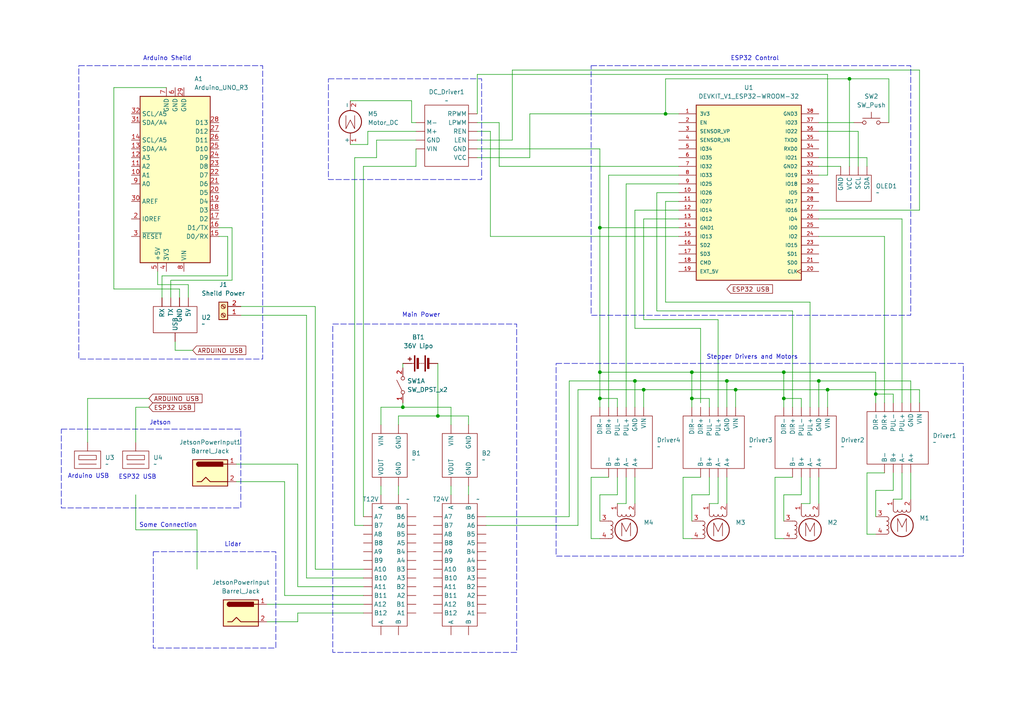
<source format=kicad_sch>
(kicad_sch (version 20231120) (generator "eeschema") (generator_version "8.0")
  (paper "A4")
  (lib_symbols
    (symbol "Connector:Barrel_Jack" (pin_names (offset 1.016))
      (property "Reference" "J" (at 0 5.334 0))
      (property "Value" "Barrel_Jack" (at 0 -5.08 0))
      (symbol "Barrel_Jack_0_1"
        (rectangle (start -5.08 3.81) (end 5.08 -3.81) (stroke (width 0.254)) (fill (type background)))
        (arc (start -3.302 3.175) (mid -3.9343 2.54) (end -3.302 1.905) (stroke (width 0.254)))
        (arc (start -3.302 3.175) (mid -3.9343 2.54) (end -3.302 1.905) (stroke (width 0.254)) (fill (type outline)))
        (polyline (pts (xy 5.08 2.54) (xy 3.81 2.54)) (stroke (width 0.254)))
        (polyline (pts (xy -3.81 -2.54) (xy -2.54 -2.54) (xy -1.27 -1.27) (xy 0 -2.54) (xy 2.54 -2.54) (xy 5.08 -2.54)) (stroke (width 0.254)))
        (rectangle (start 3.683 3.175) (end -3.302 1.905) (stroke (width 0.254)) (fill (type outline)))
      )
      (symbol "Barrel_Jack_1_1"
        (pin passive line (at 7.62 2.54 180) (length 2.54) (name "~") (number "1"))
        (pin passive line (at 7.62 -2.54 180) (length 2.54) (name "~") (number "2"))
      )
    )
    (symbol "Connector:Screw_Terminal_01x02" (pin_names (offset 1.016) hide)
      (property "Reference" "J" (at 0 2.54 0))
      (property "Value" "Screw_Terminal_01x02" (at 0 -5.08 0))
      (symbol "Screw_Terminal_01x02_1_1"
        (rectangle (start -1.27 1.27) (end 1.27 -3.81) (stroke (width 0.254)) (fill (type background)))
        (circle (center 0 -2.54) (radius 0.635) (stroke (width 0.1524)))
        (polyline (pts (xy -0.5334 -2.2098) (xy 0.3302 -3.048)) (stroke (width 0.1524)))
        (polyline (pts (xy -0.5334 0.3302) (xy 0.3302 -0.508)) (stroke (width 0.1524)))
        (polyline (pts (xy -0.3556 -2.032) (xy 0.508 -2.8702)) (stroke (width 0.1524)))
        (polyline (pts (xy -0.3556 0.508) (xy 0.508 -0.3302)) (stroke (width 0.1524)))
        (circle (center 0 0) (radius 0.635) (stroke (width 0.1524)))
        (pin passive line (at -5.08 0 0) (length 3.81) (name "Pin_1") (number "1"))
        (pin passive line (at -5.08 -2.54 0) (length 3.81) (name "Pin_2") (number "2"))
      )
    )
    (symbol "DEVKIT_V1_ESP32-WROOM-32:DEVKIT_V1_ESP32-WROOM-32" (pin_names (offset 1.016))
      (property "Reference" "U" (at -15.2572 26.0643 0))
      (property "Value" "DEVKIT_V1_ESP32-WROOM-32" (at -15.2563 -27.9698 0))
      (symbol "DEVKIT_V1_ESP32-WROOM-32_0_0"
        (rectangle (start -15.24 -25.4) (end 15.24 25.4) (stroke (width 0.254)) (fill (type background)))
        (pin power_in line (at -20.32 22.86 0) (length 5.08) (name "3V3") (number "1"))
        (pin bidirectional line (at -20.32 0 0) (length 5.08) (name "IO26") (number "10"))
        (pin bidirectional line (at -20.32 -2.54 0) (length 5.08) (name "IO27") (number "11"))
        (pin bidirectional line (at -20.32 -5.08 0) (length 5.08) (name "IO14") (number "12"))
        (pin bidirectional line (at -20.32 -7.62 0) (length 5.08) (name "IO12") (number "13"))
        (pin power_in line (at -20.32 -10.16 0) (length 5.08) (name "GND1") (number "14"))
        (pin bidirectional line (at -20.32 -12.7 0) (length 5.08) (name "IO13") (number "15"))
        (pin bidirectional line (at -20.32 -15.24 0) (length 5.08) (name "SD2") (number "16"))
        (pin bidirectional line (at -20.32 -17.78 0) (length 5.08) (name "SD3") (number "17"))
        (pin bidirectional line (at -20.32 -20.32 0) (length 5.08) (name "CMD") (number "18"))
        (pin power_in line (at -20.32 -22.86 0) (length 5.08) (name "EXT_5V") (number "19"))
        (pin input line (at -20.32 20.32 0) (length 5.08) (name "EN") (number "2"))
        (pin input clock (at 20.32 -22.86 180) (length 5.08) (name "CLK") (number "20"))
        (pin bidirectional line (at 20.32 -20.32 180) (length 5.08) (name "SD0") (number "21"))
        (pin bidirectional line (at 20.32 -17.78 180) (length 5.08) (name "SD1") (number "22"))
        (pin bidirectional line (at 20.32 -15.24 180) (length 5.08) (name "IO15") (number "23"))
        (pin bidirectional line (at 20.32 -12.7 180) (length 5.08) (name "IO2") (number "24"))
        (pin bidirectional line (at 20.32 -10.16 180) (length 5.08) (name "IO0") (number "25"))
        (pin bidirectional line (at 20.32 -7.62 180) (length 5.08) (name "IO4") (number "26"))
        (pin bidirectional line (at 20.32 -5.08 180) (length 5.08) (name "IO16") (number "27"))
        (pin bidirectional line (at 20.32 -2.54 180) (length 5.08) (name "IO17") (number "28"))
        (pin bidirectional line (at 20.32 0 180) (length 5.08) (name "IO5") (number "29"))
        (pin input line (at -20.32 17.78 0) (length 5.08) (name "SENSOR_VP") (number "3"))
        (pin bidirectional line (at 20.32 2.54 180) (length 5.08) (name "IO18") (number "30"))
        (pin bidirectional line (at 20.32 5.08 180) (length 5.08) (name "IO19") (number "31"))
        (pin power_in line (at 20.32 7.62 180) (length 5.08) (name "GND2") (number "32"))
        (pin bidirectional line (at 20.32 10.16 180) (length 5.08) (name "IO21") (number "33"))
        (pin input line (at 20.32 12.7 180) (length 5.08) (name "RXD0") (number "34"))
        (pin output line (at 20.32 15.24 180) (length 5.08) (name "TXD0") (number "35"))
        (pin bidirectional line (at 20.32 17.78 180) (length 5.08) (name "IO22") (number "36"))
        (pin bidirectional line (at 20.32 20.32 180) (length 5.08) (name "IO23") (number "37"))
        (pin power_in line (at 20.32 22.86 180) (length 5.08) (name "GND3") (number "38"))
        (pin input line (at -20.32 15.24 0) (length 5.08) (name "SENSOR_VN") (number "4"))
        (pin bidirectional line (at -20.32 12.7 0) (length 5.08) (name "IO34") (number "5"))
        (pin bidirectional line (at -20.32 10.16 0) (length 5.08) (name "IO35") (number "6"))
        (pin bidirectional line (at -20.32 7.62 0) (length 5.08) (name "IO32") (number "7"))
        (pin bidirectional line (at -20.32 5.08 0) (length 5.08) (name "IO33") (number "8"))
        (pin bidirectional line (at -20.32 2.54 0) (length 5.08) (name "IO25") (number "9"))
      )
    )
    (symbol "Device:Battery" (pin_numbers hide) (pin_names (offset 0) hide)
      (property "Reference" "BT" (at 2.54 2.54 0))
      (property "Value" "Battery" (at 2.54 0 0))
      (symbol "Battery_0_1"
        (rectangle (start -2.286 -1.27) (end 2.286 -1.524) (fill (type outline)))
        (rectangle (start -2.286 1.778) (end 2.286 1.524) (fill (type outline)))
        (rectangle (start -1.524 -2.032) (end 1.524 -2.54) (fill (type outline)))
        (rectangle (start -1.524 1.016) (end 1.524 0.508) (fill (type outline)))
        (polyline (pts (xy 0 -1.016) (xy 0 -0.762)))
        (polyline (pts (xy 0 -0.508) (xy 0 -0.254)))
        (polyline (pts (xy 0 0) (xy 0 0.254)))
        (polyline (pts (xy 0 1.778) (xy 0 2.54)))
        (polyline (pts (xy 0.762 3.048) (xy 1.778 3.048)) (stroke (width 0.254)))
        (polyline (pts (xy 1.27 3.556) (xy 1.27 2.54)) (stroke (width 0.254)))
      )
      (symbol "Battery_1_1"
        (pin passive line (at 0 5.08 270) (length 2.54) (name "+") (number "1"))
        (pin passive line (at 0 -5.08 90) (length 2.54) (name "-") (number "2"))
      )
    )
    (symbol "MCU_Module:Arduino_UNO_R3"
      (property "Reference" "A" (at -10.16 23.495 0))
      (property "Value" "Arduino_UNO_R3" (at 5.08 -26.67 0))
      (symbol "Arduino_UNO_R3_0_1"
        (rectangle (start -10.16 22.86) (end 10.16 -25.4) (stroke (width 0.254)) (fill (type background)))
      )
      (symbol "Arduino_UNO_R3_1_1"
        (pin no_connect line (at -10.16 -20.32 0) (length 2.54) hide (name "NC") (number "1"))
        (pin bidirectional line (at 12.7 -2.54 180) (length 2.54) (name "A1") (number "10"))
        (pin bidirectional line (at 12.7 -5.08 180) (length 2.54) (name "A2") (number "11"))
        (pin bidirectional line (at 12.7 -7.62 180) (length 2.54) (name "A3") (number "12"))
        (pin bidirectional line (at 12.7 -10.16 180) (length 2.54) (name "SDA/A4") (number "13"))
        (pin bidirectional line (at 12.7 -12.7 180) (length 2.54) (name "SCL/A5") (number "14"))
        (pin bidirectional line (at -12.7 15.24 0) (length 2.54) (name "D0/RX") (number "15"))
        (pin bidirectional line (at -12.7 12.7 0) (length 2.54) (name "D1/TX") (number "16"))
        (pin bidirectional line (at -12.7 10.16 0) (length 2.54) (name "D2") (number "17"))
        (pin bidirectional line (at -12.7 7.62 0) (length 2.54) (name "D3") (number "18"))
        (pin bidirectional line (at -12.7 5.08 0) (length 2.54) (name "D4") (number "19"))
        (pin output line (at 12.7 10.16 180) (length 2.54) (name "IOREF") (number "2"))
        (pin bidirectional line (at -12.7 2.54 0) (length 2.54) (name "D5") (number "20"))
        (pin bidirectional line (at -12.7 0 0) (length 2.54) (name "D6") (number "21"))
        (pin bidirectional line (at -12.7 -2.54 0) (length 2.54) (name "D7") (number "22"))
        (pin bidirectional line (at -12.7 -5.08 0) (length 2.54) (name "D8") (number "23"))
        (pin bidirectional line (at -12.7 -7.62 0) (length 2.54) (name "D9") (number "24"))
        (pin bidirectional line (at -12.7 -10.16 0) (length 2.54) (name "D10") (number "25"))
        (pin bidirectional line (at -12.7 -12.7 0) (length 2.54) (name "D11") (number "26"))
        (pin bidirectional line (at -12.7 -15.24 0) (length 2.54) (name "D12") (number "27"))
        (pin bidirectional line (at -12.7 -17.78 0) (length 2.54) (name "D13") (number "28"))
        (pin power_in line (at -2.54 -27.94 90) (length 2.54) (name "GND") (number "29"))
        (pin input line (at 12.7 15.24 180) (length 2.54) (name "~{RESET}") (number "3"))
        (pin input line (at 12.7 5.08 180) (length 2.54) (name "AREF") (number "30"))
        (pin bidirectional line (at 12.7 -17.78 180) (length 2.54) (name "SDA/A4") (number "31"))
        (pin bidirectional line (at 12.7 -20.32 180) (length 2.54) (name "SCL/A5") (number "32"))
        (pin power_out line (at 2.54 25.4 270) (length 2.54) (name "3V3") (number "4"))
        (pin power_out line (at 5.08 25.4 270) (length 2.54) (name "+5V") (number "5"))
        (pin power_in line (at 0 -27.94 90) (length 2.54) (name "GND") (number "6"))
        (pin power_in line (at 2.54 -27.94 90) (length 2.54) (name "GND") (number "7"))
        (pin power_in line (at -2.54 25.4 270) (length 2.54) (name "VIN") (number "8"))
        (pin bidirectional line (at 12.7 0 180) (length 2.54) (name "A0") (number "9"))
      )
    )
    (symbol "Motor:Motor_DC" (pin_names (offset 0))
      (property "Reference" "M" (at 2.54 2.54 0))
      (property "Value" "Motor_DC" (at 2.54 -5.08 0))
      (symbol "Motor_DC_0_0"
        (polyline (pts (xy -1.27 -3.302) (xy -1.27 0.508) (xy 0 -2.032) (xy 1.27 0.508) (xy 1.27 -3.302)))
      )
      (symbol "Motor_DC_0_1"
        (circle (center 0 -1.524) (radius 3.2512) (stroke (width 0.254)))
        (polyline (pts (xy 0 -7.62) (xy 0 -7.112)))
        (polyline (pts (xy 0 -4.7752) (xy 0 -5.1816)))
        (polyline (pts (xy 0 1.7272) (xy 0 2.0828)))
        (polyline (pts (xy 0 2.032) (xy 0 2.54)))
      )
      (symbol "Motor_DC_1_1"
        (pin passive line (at 0 5.08 270) (length 2.54) (name "+") (number "1"))
        (pin passive line (at 0 -7.62 90) (length 2.54) (name "-") (number "2"))
      )
    )
    (symbol "Motor:Stepper_Motor_bipolar" (pin_names (offset 0) hide)
      (property "Reference" "M" (at 3.81 2.54 0))
      (property "Value" "Stepper_Motor_bipolar" (at 3.81 1.27 0))
      (symbol "Stepper_Motor_bipolar_0_0"
        (polyline (pts (xy -1.27 -1.778) (xy -1.27 2.032) (xy 0 -0.508) (xy 1.27 2.032) (xy 1.27 -1.778)))
      )
      (symbol "Stepper_Motor_bipolar_0_1"
        (arc (start -4.445 -2.54) (mid -3.8127 -1.905) (end -4.445 -1.27))
        (arc (start -4.445 -1.27) (mid -3.8127 -0.635) (end -4.445 0))
        (arc (start -4.445 0) (mid -3.8127 0.635) (end -4.445 1.27))
        (arc (start -4.445 1.27) (mid -3.8127 1.905) (end -4.445 2.54))
        (arc (start -2.54 4.445) (mid -1.905 3.8127) (end -1.27 4.445))
        (arc (start -1.27 4.445) (mid -0.635 3.8127) (end 0 4.445))
        (polyline (pts (xy -5.08 -2.54) (xy -4.445 -2.54)))
        (polyline (pts (xy -5.08 2.54) (xy -4.445 2.54)))
        (polyline (pts (xy -2.54 5.08) (xy -2.54 4.445)))
        (polyline (pts (xy 2.54 5.08) (xy 2.54 4.445)))
        (circle (center 0 0) (radius 3.2512) (stroke (width 0.254)))
        (arc (start 0 4.445) (mid 0.635 3.8127) (end 1.27 4.445))
        (arc (start 1.27 4.445) (mid 1.905 3.8127) (end 2.54 4.445))
      )
      (symbol "Stepper_Motor_bipolar_1_1"
        (pin passive line (at -2.54 7.62 270) (length 2.54) (name "~") (number "1"))
        (pin passive line (at 2.54 7.62 270) (length 2.54) (name "-") (number "2"))
        (pin passive line (at -7.62 2.54 0) (length 2.54) (name "~") (number "3"))
        (pin passive line (at -7.62 -2.54 0) (length 2.54) (name "~") (number "4"))
      )
    )
    (symbol "Switch:SW_DPST_x2" (pin_names (offset 0) hide)
      (property "Reference" "SW" (at 0 3.175 0))
      (property "Value" "SW_DPST_x2" (at 0 -2.54 0))
      (symbol "SW_DPST_x2_0_0"
        (circle (center -2.032 0) (radius 0.508))
        (polyline (pts (xy -1.524 0.254) (xy 1.524 1.778)))
        (circle (center 2.032 0) (radius 0.508))
      )
      (symbol "SW_DPST_x2_1_1"
        (pin passive line (at -5.08 0 0) (length 2.54) (name "A") (number "1"))
        (pin passive line (at 5.08 0 180) (length 2.54) (name "B") (number "2"))
      )
      (symbol "SW_DPST_x2_2_1"
        (pin passive line (at -5.08 0 0) (length 2.54) (name "A") (number "3"))
        (pin passive line (at 5.08 0 180) (length 2.54) (name "B") (number "4"))
      )
    )
    (symbol "Switch:SW_Push" (pin_numbers hide) (pin_names (offset 1.016) hide)
      (property "Reference" "SW" (at 1.27 2.54 0))
      (property "Value" "SW_Push" (at 0 -1.524 0))
      (symbol "SW_Push_0_1"
        (circle (center -2.032 0) (radius 0.508))
        (polyline (pts (xy 0 1.27) (xy 0 3.048)))
        (polyline (pts (xy 2.54 1.27) (xy -2.54 1.27)))
        (circle (center 2.032 0) (radius 0.508))
        (pin passive line (at -5.08 0 0) (length 2.54) (name "1") (number "1"))
        (pin passive line (at 5.08 0 180) (length 2.54) (name "2") (number "2"))
      )
    )
    (symbol "Terminal_Block_1"
      (property "Reference" "T" (at 0 19.05 0))
      (symbol "Terminal_Block_1_0_1"
        (rectangle (start -5.08 17.78) (end 5.08 -17.78))
      )
      (symbol "Terminal_Block_1_1_1"
        (pin passive line (at -2.54 -20.32 90) (length 2.54) (name "A") (number ""))
        (pin passive line (at -2.54 20.32 270) (length 2.54) (name "A") (number ""))
        (pin passive line (at 7.62 -13.97 180) (length 2.54) (name "A1") (number ""))
        (pin passive line (at -7.62 -1.27 0) (length 2.54) (name "A10") (number ""))
        (pin passive line (at -7.62 -6.35 0) (length 2.54) (name "A11") (number ""))
        (pin passive line (at -7.62 -11.43 0) (length 2.54) (name "A12") (number ""))
        (pin passive line (at 7.62 -8.89 180) (length 2.54) (name "A2") (number ""))
        (pin passive line (at 7.62 -3.81 180) (length 2.54) (name "A3") (number ""))
        (pin passive line (at 7.62 1.27 180) (length 2.54) (name "A4") (number ""))
        (pin passive line (at 7.62 6.35 180) (length 2.54) (name "A5") (number ""))
        (pin passive line (at 7.62 11.43 180) (length 2.54) (name "A6") (number ""))
        (pin passive line (at -7.62 13.97 0) (length 2.54) (name "A7") (number ""))
        (pin passive line (at -7.62 8.89 0) (length 2.54) (name "A8") (number ""))
        (pin passive line (at -7.62 3.81 0) (length 2.54) (name "A9") (number ""))
        (pin passive line (at 2.54 -20.32 90) (length 2.54) (name "B") (number ""))
        (pin passive line (at 2.54 20.32 270) (length 2.54) (name "B") (number ""))
        (pin passive line (at 7.62 -11.43 180) (length 2.54) (name "B1") (number ""))
        (pin passive line (at -7.62 -3.81 0) (length 2.54) (name "B10") (number ""))
        (pin passive line (at -7.62 -8.89 0) (length 2.54) (name "B11") (number ""))
        (pin passive line (at -7.62 -13.97 0) (length 2.54) (name "B12") (number ""))
        (pin passive line (at 7.62 -6.35 180) (length 2.54) (name "B2") (number ""))
        (pin passive line (at 7.62 -1.27 180) (length 2.54) (name "B3") (number ""))
        (pin passive line (at 7.62 3.81 180) (length 2.54) (name "B4") (number ""))
        (pin passive line (at 7.62 8.89 180) (length 2.54) (name "B5") (number ""))
        (pin passive line (at 7.62 13.97 180) (length 2.54) (name "B6") (number ""))
        (pin passive line (at -7.62 11.43 0) (length 2.54) (name "B7") (number ""))
        (pin passive line (at -7.62 6.35 0) (length 2.54) (name "B8") (number ""))
        (pin passive line (at -7.62 1.27 0) (length 2.54) (name "B9") (number ""))
      )
    )
    (symbol "components:12_Buck_Converter"
      (property "Reference" "B" (at 0 6.35 0))
      (symbol "12_Buck_Converter_0_1"
        (rectangle (start -6.35 5.08) (end 6.35 -5.08))
      )
      (symbol "12_Buck_Converter_1_1"
        (pin passive line (at -8.89 -2.54 0) (length 2.54) (name "GND") (number ""))
        (pin passive line (at 8.89 -2.54 180) (length 2.54) (name "GND") (number ""))
        (pin power_in line (at 8.89 2.54 180) (length 2.54) (name "VIN") (number ""))
        (pin power_out line (at -8.89 2.54 0) (length 2.54) (name "VOUT") (number ""))
      )
    )
    (symbol "components:DC Motor Driver"
      (property "Reference" "DC_Driver" (at -0.254 9.906 0))
      (symbol "DC Motor Driver_0_1"
        (rectangle (start -6.35 8.89) (end 6.35 -8.89))
      )
      (symbol "DC Motor Driver_1_1"
        (pin power_in line (at -8.89 3.81 0) (length 2.54) (name "GND") (number ""))
        (pin power_in line (at 8.89 1.27 180) (length 2.54) (name "GND") (number ""))
        (pin input line (at -8.89 1.27 0) (length 2.54) (name "LEN") (number ""))
        (pin input line (at -8.89 -3.81 0) (length 2.54) (name "LPWM") (number ""))
        (pin power_out line (at 8.89 -1.27 180) (length 2.54) (name "M+") (number ""))
        (pin power_out line (at 8.89 -3.81 180) (length 2.54) (name "M-") (number ""))
        (pin input line (at -8.89 -1.27 0) (length 2.54) (name "REN") (number ""))
        (pin input line (at -8.89 -6.35 0) (length 2.54) (name "RPWM") (number ""))
        (pin power_in line (at -8.89 6.35 0) (length 2.54) (name "VCC") (number ""))
        (pin power_in line (at 8.89 3.81 180) (length 2.54) (name "VIN") (number ""))
      )
    )
    (symbol "components:OLED_SSD1306"
      (property "Reference" "OLED" (at 0 6.096 0))
      (symbol "OLED_SSD1306_0_1"
        (rectangle (start -3.81 5.08) (end 3.81 -5.08))
      )
      (symbol "OLED_SSD1306_1_1"
        (pin power_in line (at 6.35 3.81 180) (length 2.54) (name "GND") (number ""))
        (pin input line (at 6.35 -1.27 180) (length 2.54) (name "SCL") (number ""))
        (pin input line (at 6.35 -3.81 180) (length 2.54) (name "SDA") (number ""))
        (pin power_in line (at 6.35 1.27 180) (length 2.54) (name "VCC") (number ""))
      )
    )
    (symbol "components:Stepper Driver"
      (property "Reference" "Driver" (at 0 10.16 0))
      (symbol "Stepper Driver_0_1"
        (rectangle (start -7.62 8.89) (end 7.62 -8.89))
      )
      (symbol "Stepper Driver_1_1"
        (pin output line (at 10.16 3.81 180) (length 2.54) (name "A+") (number ""))
        (pin output line (at 10.16 1.27 180) (length 2.54) (name "A-") (number ""))
        (pin output line (at 10.16 -1.27 180) (length 2.54) (name "B+") (number ""))
        (pin output line (at 10.16 -3.81 180) (length 2.54) (name "B-") (number ""))
        (pin output line (at -10.16 -3.81 0) (length 2.54) (name "DIR+") (number ""))
        (pin output line (at -10.16 -6.35 0) (length 2.54) (name "DIR-") (number ""))
        (pin power_in line (at -10.16 3.81 0) (length 2.54) (name "GND") (number ""))
        (pin output line (at -10.16 1.27 0) (length 2.54) (name "PUL+") (number ""))
        (pin output line (at -10.16 -1.27 0) (length 2.54) (name "PUL-") (number ""))
        (pin power_in line (at -10.16 6.35 0) (length 2.54) (name "VIN") (number ""))
      )
    )
    (symbol "components:UART_Converter"
      (property "Reference" "U" (at 1.016 2.286 0))
      (symbol "UART_Converter_0_1"
        (rectangle (start -6.35 2.54) (end 6.35 -5.08))
      )
      (symbol "UART_Converter_1_1"
        (pin passive line (at 3.81 5.08 270) (length 2.54) (name "5V") (number ""))
        (pin passive line (at 1.27 5.08 270) (length 2.54) (name "GND") (number ""))
        (pin passive line (at -3.81 5.08 270) (length 2.54) (name "RX") (number ""))
        (pin passive line (at -1.27 5.08 270) (length 2.54) (name "TX") (number ""))
        (pin passive line (at 0 -7.62 90) (length 2.54) (name "USB") (number ""))
      )
    )
    (symbol "components:USB_Socket"
      (property "Reference" "U" (at 2.794 4.064 0))
      (symbol "USB_Socket_0_1"
        (rectangle (start -3.81 2.54) (end 3.81 -2.54))
        (rectangle (start -2.54 1.27) (end 2.54 0))
        (polyline (pts (xy -2.54 -1.27) (xy 2.54 -1.27)))
      )
      (symbol "USB_Socket_1_1"
        (pin passive line (at 0 5.08 270) (length 2.54) (name "") (number ""))
      )
    )
  )
  (junction (at 254 114.3))
  (junction (at 227.33 115.57))
  (junction (at 173.99 107.95))
  (junction (at 193.04 33.02))
  (junction (at 116.84 118.11))
  (junction (at 184.15 110.49))
  (junction (at 173.99 66.04))
  (junction (at 213.36 113.03))
  (junction (at 210.82 110.49))
  (junction (at 186.69 113.03))
  (junction (at 127 120.65))
  (junction (at 173.99 115.57))
  (junction (at 240.03 113.03))
  (junction (at 200.66 115.57))
  (junction (at 200.66 107.95))
  (junction (at 227.33 107.95))
  (junction (at 246.38 22.86))
  (junction (at 237.49 110.49))
  (wire (pts (xy 33.02 83.82) (xy 33.02 25.4)))
  (wire (pts (xy 203.2 138.43) (xy 198.12 138.43)))
  (wire (pts (xy 33.02 25.4) (xy 48.26 25.4)))
  (wire (pts (xy 205.74 138.43) (xy 205.74 143.51)))
  (wire (pts (xy 186.69 113.03) (xy 186.69 118.11)))
  (wire (pts (xy 181.61 146.05) (xy 179.07 146.05)))
  (wire (pts (xy 251.46 137.16) (xy 251.46 154.94)))
  (wire (pts (xy 120.65 38.1) (xy 106.68 38.1)))
  (wire (pts (xy 91.44 88.9) (xy 69.85 88.9)))
  (wire (pts (xy 105.41 165.1) (xy 91.44 165.1)))
  (wire (pts (xy 135.89 120.65) (xy 135.89 123.19)))
  (wire (pts (xy 200.66 107.95) (xy 173.99 107.95)))
  (wire (pts (xy 264.16 137.16) (xy 264.16 144.78)))
  (wire (pts (xy 254 114.3) (xy 259.08 114.3)))
  (wire (pts (xy 254 107.95) (xy 227.33 107.95)))
  (wire (pts (xy 176.53 50.8) (xy 196.85 50.8)))
  (wire (pts (xy 256.54 68.58) (xy 237.49 68.58)))
  (wire (pts (xy 130.81 140.97) (xy 130.81 143.51)))
  (wire (pts (xy 49.53 86.36) (xy 49.53 81.28)))
  (wire (pts (xy 261.62 137.16) (xy 261.62 144.78)))
  (wire (pts (xy 167.64 113.03) (xy 186.69 113.03)))
  (wire (pts (xy 240.03 21.59) (xy 138.43 21.59)))
  (wire (pts (xy 153.67 33.02) (xy 153.67 45.72)))
  (wire (pts (xy 101.6 41.91) (xy 106.68 41.91)))
  (wire (pts (xy 190.5 55.88) (xy 196.85 55.88)))
  (wire (pts (xy 229.87 118.11) (xy 229.87 90.17)))
  (wire (pts (xy 227.33 118.11) (xy 227.33 115.57)))
  (wire (pts (xy 49.53 81.28) (xy 67.31 81.28)))
  (wire (pts (xy 184.15 138.43) (xy 184.15 146.05)))
  (wire (pts (xy 181.61 118.11) (xy 181.61 53.34)))
  (wire (pts (xy 229.87 90.17) (xy 190.5 90.17)))
  (wire (pts (xy 105.41 170.18) (xy 86.36 170.18)))
  (wire (pts (xy 127 120.65) (xy 135.89 120.65)))
  (wire (pts (xy 54.61 86.36) (xy 54.61 82.55)))
  (wire (pts (xy 52.07 86.36) (xy 52.07 83.82)))
  (wire (pts (xy 240.03 113.03) (xy 266.7 113.03)))
  (wire (pts (xy 186.69 92.71) (xy 186.69 63.5)))
  (wire (pts (xy 259.08 142.24) (xy 254 142.24)))
  (wire (pts (xy 200.66 143.51) (xy 200.66 151.13)))
  (wire (pts (xy 237.49 48.26) (xy 243.84 48.26)))
  (wire (pts (xy 148.59 20.32) (xy 148.59 40.64)))
  (wire (pts (xy 165.1 110.49) (xy 184.15 110.49)))
  (wire (pts (xy 198.12 156.21) (xy 200.66 156.21)))
  (wire (pts (xy 232.41 143.51) (xy 227.33 143.51)))
  (wire (pts (xy 184.15 60.96) (xy 196.85 60.96)))
  (wire (pts (xy 229.87 138.43) (xy 224.79 138.43)))
  (wire (pts (xy 109.22 45.72) (xy 102.87 45.72)))
  (wire (pts (xy 256.54 116.84) (xy 256.54 68.58)))
  (wire (pts (xy 115.57 120.65) (xy 115.57 123.19)))
  (wire (pts (xy 213.36 113.03) (xy 240.03 113.03)))
  (wire (pts (xy 173.99 118.11) (xy 173.99 115.57)))
  (wire (pts (xy 52.07 83.82) (xy 33.02 83.82)))
  (wire (pts (xy 138.43 21.59) (xy 138.43 33.02)))
  (wire (pts (xy 227.33 143.51) (xy 227.33 151.13)))
  (wire (pts (xy 179.07 115.57) (xy 179.07 118.11)))
  (wire (pts (xy 193.04 33.02) (xy 196.85 33.02)))
  (wire (pts (xy 266.7 113.03) (xy 266.7 116.84)))
  (wire (pts (xy 57.15 165.1) (xy 57.15 153.67)))
  (wire (pts (xy 105.41 149.86) (xy 105.41 48.26)))
  (wire (pts (xy 200.66 115.57) (xy 205.74 115.57)))
  (wire (pts (xy 106.68 38.1) (xy 106.68 41.91)))
  (wire (pts (xy 198.12 138.43) (xy 198.12 156.21)))
  (wire (pts (xy 66.04 80.01) (xy 66.04 68.58)))
  (wire (pts (xy 261.62 144.78) (xy 259.08 144.78)))
  (wire (pts (xy 102.87 45.72) (xy 102.87 152.4)))
  (wire (pts (xy 130.81 118.11) (xy 130.81 123.19)))
  (wire (pts (xy 110.49 118.11) (xy 110.49 123.19)))
  (wire (pts (xy 55.88 101.6) (xy 50.8 101.6)))
  (wire (pts (xy 193.04 87.63) (xy 193.04 58.42)))
  (wire (pts (xy 140.97 149.86) (xy 165.1 149.86)))
  (wire (pts (xy 119.38 29.21) (xy 101.6 29.21)))
  (wire (pts (xy 135.89 140.97) (xy 135.89 143.51)))
  (wire (pts (xy 237.49 138.43) (xy 237.49 146.05)))
  (wire (pts (xy 205.74 143.51) (xy 200.66 143.51)))
  (wire (pts (xy 39.37 118.11) (xy 39.37 128.27)))
  (wire (pts (xy 232.41 115.57) (xy 232.41 118.11)))
  (wire (pts (xy 176.53 138.43) (xy 171.45 138.43)))
  (wire (pts (xy 240.03 113.03) (xy 240.03 118.11)))
  (wire (pts (xy 259.08 114.3) (xy 259.08 116.84)))
  (wire (pts (xy 234.95 146.05) (xy 232.41 146.05)))
  (wire (pts (xy 193.04 22.86) (xy 193.04 33.02)))
  (wire (pts (xy 234.95 87.63) (xy 193.04 87.63)))
  (wire (pts (xy 88.9 167.64) (xy 88.9 91.44)))
  (wire (pts (xy 200.66 118.11) (xy 200.66 115.57)))
  (wire (pts (xy 193.04 33.02) (xy 153.67 33.02)))
  (wire (pts (xy 232.41 138.43) (xy 232.41 143.51)))
  (wire (pts (xy 208.28 146.05) (xy 205.74 146.05)))
  (wire (pts (xy 173.99 66.04) (xy 196.85 66.04)))
  (wire (pts (xy 257.81 22.86) (xy 257.81 35.56)))
  (wire (pts (xy 186.69 113.03) (xy 213.36 113.03)))
  (wire (pts (xy 176.53 50.8) (xy 176.53 118.11)))
  (wire (pts (xy 266.7 60.96) (xy 266.7 20.32)))
  (wire (pts (xy 190.5 90.17) (xy 190.5 55.88)))
  (wire (pts (xy 127 120.65) (xy 115.57 120.65)))
  (wire (pts (xy 120.65 43.18) (xy 120.65 48.26)))
  (wire (pts (xy 105.41 167.64) (xy 88.9 167.64)))
  (wire (pts (xy 246.38 22.86) (xy 246.38 48.26)))
  (wire (pts (xy 208.28 138.43) (xy 208.28 146.05)))
  (wire (pts (xy 256.54 137.16) (xy 251.46 137.16)))
  (wire (pts (xy 196.85 68.58) (xy 142.24 68.58)))
  (wire (pts (xy 67.31 66.04) (xy 63.5 66.04)))
  (wire (pts (xy 181.61 53.34) (xy 196.85 53.34)))
  (wire (pts (xy 208.28 92.71) (xy 186.69 92.71)))
  (wire (pts (xy 115.57 140.97) (xy 115.57 143.51)))
  (wire (pts (xy 205.74 115.57) (xy 205.74 118.11)))
  (wire (pts (xy 210.82 110.49) (xy 237.49 110.49)))
  (wire (pts (xy 184.15 110.49) (xy 210.82 110.49)))
  (wire (pts (xy 171.45 138.43) (xy 171.45 156.21)))
  (wire (pts (xy 173.99 115.57) (xy 173.99 107.95)))
  (wire (pts (xy 140.97 152.4) (xy 167.64 152.4)))
  (wire (pts (xy 171.45 156.21) (xy 173.99 156.21)))
  (wire (pts (xy 119.38 35.56) (xy 119.38 29.21)))
  (wire (pts (xy 116.84 116.84) (xy 116.84 118.11)))
  (wire (pts (xy 208.28 118.11) (xy 208.28 92.71)))
  (wire (pts (xy 261.62 63.5) (xy 237.49 63.5)))
  (wire (pts (xy 186.69 63.5) (xy 196.85 63.5)))
  (wire (pts (xy 224.79 138.43) (xy 224.79 156.21)))
  (wire (pts (xy 203.2 95.25) (xy 184.15 95.25)))
  (wire (pts (xy 237.49 50.8) (xy 240.03 50.8)))
  (wire (pts (xy 142.24 38.1) (xy 138.43 38.1)))
  (wire (pts (xy 105.41 48.26) (xy 120.65 48.26)))
  (wire (pts (xy 88.9 91.44) (xy 69.85 91.44)))
  (wire (pts (xy 246.38 22.86) (xy 193.04 22.86)))
  (wire (pts (xy 77.47 180.34) (xy 86.36 180.34)))
  (wire (pts (xy 234.95 138.43) (xy 234.95 146.05)))
  (wire (pts (xy 57.15 153.67) (xy 39.37 153.67)))
  (wire (pts (xy 86.36 170.18) (xy 86.36 134.62)))
  (wire (pts (xy 264.16 110.49) (xy 264.16 116.84)))
  (wire (pts (xy 179.07 138.43) (xy 179.07 143.51)))
  (wire (pts (xy 203.2 116.84) (xy 203.2 95.25)))
  (wire (pts (xy 251.46 45.72) (xy 251.46 48.26)))
  (wire (pts (xy 46.99 80.01) (xy 66.04 80.01)))
  (wire (pts (xy 39.37 143.51) (xy 39.37 153.67)))
  (wire (pts (xy 105.41 172.72) (xy 82.55 172.72)))
  (wire (pts (xy 254 142.24) (xy 254 149.86)))
  (wire (pts (xy 144.78 35.56) (xy 138.43 35.56)))
  (wire (pts (xy 167.64 152.4) (xy 167.64 113.03)))
  (wire (pts (xy 224.79 156.21) (xy 227.33 156.21)))
  (wire (pts (xy 50.8 99.06) (xy 50.8 101.6)))
  (wire (pts (xy 173.99 43.18) (xy 138.43 43.18)))
  (wire (pts (xy 165.1 149.86) (xy 165.1 110.49)))
  (wire (pts (xy 86.36 177.8) (xy 105.41 177.8)))
  (wire (pts (xy 213.36 113.03) (xy 213.36 118.11)))
  (wire (pts (xy 116.84 118.11) (xy 130.81 118.11)))
  (wire (pts (xy 237.49 45.72) (xy 251.46 45.72)))
  (wire (pts (xy 227.33 115.57) (xy 227.33 107.95)))
  (wire (pts (xy 54.61 82.55) (xy 45.72 82.55)))
  (wire (pts (xy 210.82 110.49) (xy 210.82 118.11)))
  (wire (pts (xy 39.37 118.11) (xy 43.18 118.11)))
  (wire (pts (xy 248.92 38.1) (xy 248.92 48.26)))
  (wire (pts (xy 77.47 175.26) (xy 105.41 175.26)))
  (wire (pts (xy 254 114.3) (xy 254 107.95)))
  (wire (pts (xy 153.67 45.72) (xy 138.43 45.72)))
  (wire (pts (xy 25.4 115.57) (xy 43.18 115.57)))
  (wire (pts (xy 46.99 86.36) (xy 46.99 80.01)))
  (wire (pts (xy 110.49 140.97) (xy 110.49 143.51)))
  (wire (pts (xy 86.36 134.62) (xy 68.58 134.62)))
  (wire (pts (xy 266.7 20.32) (xy 148.59 20.32)))
  (wire (pts (xy 45.72 82.55) (xy 45.72 78.74)))
  (wire (pts (xy 86.36 180.34) (xy 86.36 177.8)))
  (wire (pts (xy 120.65 40.64) (xy 109.22 40.64)))
  (wire (pts (xy 66.04 68.58) (xy 63.5 68.58)))
  (wire (pts (xy 193.04 58.42) (xy 196.85 58.42)))
  (wire (pts (xy 196.85 48.26) (xy 144.78 48.26)))
  (wire (pts (xy 91.44 165.1) (xy 91.44 88.9)))
  (wire (pts (xy 142.24 68.58) (xy 142.24 38.1)))
  (wire (pts (xy 200.66 115.57) (xy 200.66 107.95)))
  (wire (pts (xy 237.49 38.1) (xy 248.92 38.1)))
  (wire (pts (xy 144.78 48.26) (xy 144.78 35.56)))
  (wire (pts (xy 210.82 138.43) (xy 210.82 146.05)))
  (wire (pts (xy 109.22 40.64) (xy 109.22 45.72)))
  (wire (pts (xy 173.99 115.57) (xy 179.07 115.57)))
  (wire (pts (xy 237.49 35.56) (xy 247.65 35.56)))
  (wire (pts (xy 184.15 95.25) (xy 184.15 60.96)))
  (wire (pts (xy 261.62 116.84) (xy 261.62 63.5)))
  (wire (pts (xy 82.55 139.7) (xy 68.58 139.7)))
  (wire (pts (xy 181.61 138.43) (xy 181.61 146.05)))
  (wire (pts (xy 237.49 110.49) (xy 237.49 118.11)))
  (wire (pts (xy 227.33 115.57) (xy 232.41 115.57)))
  (wire (pts (xy 120.65 35.56) (xy 119.38 35.56)))
  (wire (pts (xy 184.15 110.49) (xy 184.15 118.11)))
  (wire (pts (xy 237.49 110.49) (xy 264.16 110.49)))
  (wire (pts (xy 82.55 172.72) (xy 82.55 139.7)))
  (wire (pts (xy 237.49 60.96) (xy 266.7 60.96)))
  (wire (pts (xy 116.84 118.11) (xy 110.49 118.11)))
  (wire (pts (xy 127 105.41) (xy 127 120.65)))
  (wire (pts (xy 102.87 152.4) (xy 105.41 152.4)))
  (wire (pts (xy 173.99 66.04) (xy 173.99 43.18)))
  (wire (pts (xy 173.99 107.95) (xy 173.99 66.04)))
  (wire (pts (xy 67.31 81.28) (xy 67.31 66.04)))
  (wire (pts (xy 173.99 143.51) (xy 173.99 151.13)))
  (wire (pts (xy 179.07 143.51) (xy 173.99 143.51)))
  (wire (pts (xy 227.33 107.95) (xy 200.66 107.95)))
  (wire (pts (xy 251.46 154.94) (xy 254 154.94)))
  (wire (pts (xy 148.59 40.64) (xy 138.43 40.64)))
  (wire (pts (xy 254 116.84) (xy 254 114.3)))
  (wire (pts (xy 246.38 22.86) (xy 257.81 22.86)))
  (wire (pts (xy 234.95 118.11) (xy 234.95 87.63)))
  (wire (pts (xy 25.4 115.57) (xy 25.4 128.27)))
  (wire (pts (xy 240.03 50.8) (xy 240.03 21.59)))
  (wire (pts (xy 116.84 105.41) (xy 116.84 106.68)))
  (wire (pts (xy 259.08 137.16) (xy 259.08 142.24)))
  (rectangle (start 17.78 124.46) (end 69.85 147.32) (stroke (width 0) (type dash)))
  (rectangle (start 44.45 160.02) (end 80.01 187.96) (stroke (width 0) (type dash)))
  (rectangle (start 96.52 93.98) (end 149.86 189.23) (stroke (width 0) (type dash)))
  (rectangle (start 171.45 19.05) (end 264.16 91.44) (stroke (width 0) (type dash)))
  (rectangle (start 22.86 19.05) (end 76.2 104.14) (stroke (width 0) (type dash)))
  (rectangle (start 161.29 105.41) (end 279.4 161.29) (stroke (width 0) (type dash)))
  (rectangle (start 95.25 22.86) (end 139.7 52.07) (stroke (width 0) (type dash)))
  (text "Stepper Drivers and Motors" (at 218.186 103.632 0) (effects (font (size 1.27 1.27))))
  (text "ESP32 Control" (at 218.948 17.018 0) (effects (font (size 1.27 1.27))))
  (text "Arduino USB" (at 25.654 138.176 0) (effects (font (size 1.27 1.27))))
  (text "Arduino Sheild" (at 48.514 17.018 0) (effects (font (size 1.27 1.27))))
  (text "ESP32 USB" (at 39.878 138.43 0) (effects (font (size 1.27 1.27))))
  (text "Lidar" (at 67.564 157.988 0) (effects (font (size 1.27 1.27))))
  (text "Jetson" (at 46.482 122.682 0) (effects (font (size 1.27 1.27))))
  (text "Main Power" (at 122.174 91.44 0) (effects (font (size 1.27 1.27))))
  (text "Some Connection" (at 48.768 152.4 0) (effects (font (size 1.27 1.27))))
  (global_label "ARDUINO USB" (shape input) (at 43.18 115.57 0) (property "Intersheetrefs" "${INTERSHEET_REFS}" (effects (hide yes))))
  (global_label "ESP32 USB" (shape input) (at 210.82 83.82 0) (property "Intersheetrefs" "${INTERSHEET_REFS}" (effects (hide yes))))
  (global_label "ESP32 USB" (shape input) (at 43.18 118.11 0) (property "Intersheetrefs" "${INTERSHEET_REFS}" (effects (hide yes))))
  (global_label "ARDUINO USB" (shape input) (at 55.88 101.6 0) (property "Intersheetrefs" "${INTERSHEET_REFS}" (effects (hide yes))))
  (symbol (lib_name "components:12_Buck_Converter") (lib_id "components:12_Buck_Converter") (at 113.03 132.08 90) (unit 1)
    (property "Reference" "B1" (at 119.38 131.4449 90) (effects (justify right)))
    (property "Value" "~" (at 119.38 133.35 90) (effects (justify right)))
  )
  (symbol (lib_id "Switch:SW_Push") (at 252.73 35.56 0) (unit 1)
    (property "Reference" "SW2" (at 252.73 27.94 0))
    (property "Value" "SW_Push" (at 252.73 30.48 0))
    (property "Description" "Push button switch, generic, two pins" (effects (hide yes)))
  )
  (symbol (lib_name "components:Stepper Driver") (lib_id "components:Stepper Driver") (at 207.01 128.27 270) (unit 1)
    (property "Reference" "Driver3" (at 217.17 127.6349 90) (effects (justify left)))
    (property "Value" "~" (at 217.17 129.54 90) (effects (justify left)))
  )
  (symbol (lib_id "MCU_Module:Arduino_UNO_R3") (at 50.8 53.34 180) (unit 1)
    (property "Reference" "A1" (at 56.3565 22.86 0) (effects (justify right)))
    (property "Value" "Arduino_UNO_R3" (at 56.3565 25.4 0) (effects (justify right)))
    (property "Footprint" "Module:Arduino_UNO_R3" (effects (hide yes)))
    (property "Datasheet" "https://www.arduino.cc/en/Main/arduinoBoardUno" (effects (hide yes)))
    (property "Description" "Arduino UNO Microcontroller Module, release 3" (effects (hide yes)))
  )
  (symbol (lib_id "components:USB_Socket") (at 39.37 133.35 0) (unit 1)
    (property "Reference" "U4" (at 44.45 132.7149 0) (effects (justify left)))
    (property "Value" "~" (at 44.45 134.62 0) (effects (justify left)))
  )
  (symbol (lib_id "components:DC Motor Driver") (at 129.54 39.37 180) (unit 1)
    (property "Reference" "DC_Driver1" (at 129.54 26.67 0))
    (property "Value" "~" (at 129.54 29.21 0))
  )
  (symbol (lib_name "Terminal_Block_1") (lib_id "components:Terminal_Block") (at 113.03 163.83 0) (unit 1)
    (property "Reference" "T12V" (at 105.156 144.78 0) (effects (justify left)))
    (property "Value" "~" (at 117.7641 144.78 0) (effects (justify left)))
  )
  (symbol (lib_id "Motor:Motor_DC") (at 101.6 36.83 180) (unit 1)
    (property "Reference" "M5" (at 106.68 33.0199 0) (effects (justify right)))
    (property "Value" "Motor_DC" (at 106.68 35.5599 0) (effects (justify right)))
    (property "Description" "DC Motor" (effects (hide yes)))
  )
  (symbol (lib_id "components:OLED_SSD1306") (at 247.65 54.61 90) (unit 1)
    (property "Reference" "OLED1" (at 254 53.9749 90) (effects (justify right)))
    (property "Value" "~" (at 254 55.88 90) (effects (justify right)))
  )
  (symbol (lib_name "components:Stepper Driver") (lib_id "components:Stepper Driver") (at 260.35 127 270) (unit 1)
    (property "Reference" "Driver1" (at 270.51 126.3649 90) (effects (justify left)))
    (property "Value" "~" (at 270.51 128.27 90) (effects (justify left)))
  )
  (symbol (lib_id "components:USB_Socket") (at 25.4 133.35 0) (unit 1)
    (property "Reference" "U3" (at 30.48 132.7149 0) (effects (justify left)))
    (property "Value" "~" (at 30.48 134.62 0) (effects (justify left)))
  )
  (symbol (lib_id "DEVKIT_V1_ESP32-WROOM-32:DEVKIT_V1_ESP32-WROOM-32") (at 217.17 55.88 0) (unit 1)
    (property "Reference" "U1" (at 217.17 25.4 0))
    (property "Value" "DEVKIT_V1_ESP32-WROOM-32" (at 217.17 27.94 0))
    (property "Footprint" "DEVKIT_V1_ESP32-WROOM-32:MODULE_DEVKIT_V1_ESP32-WROOM-32" (effects (hide yes)))
    (property "MF" "Espressif Systems" (effects (hide yes)))
    (property "Description_1" "\n                        \n                            WROOM-32 Development Board ESP32 ESP-32S WiFi Bluetooth Dev Module\n                        \n" (effects (hide yes)))
    (property "Package" "Package" (effects (hide yes)))
    (property "Price" "None" (effects (hide yes)))
    (property "Check_prices" "https://www.snapeda.com/parts/DEVKIT%20V1%20ESP32-WROOM-32/Espressif+Systems/view-part/?ref=eda" (effects (hide yes)))
    (property "STANDARD" "Manufacturer Recommendations" (effects (hide yes)))
    (property "PARTREV" "N/A" (effects (hide yes)))
    (property "SnapEDA_Link" "https://www.snapeda.com/parts/DEVKIT%20V1%20ESP32-WROOM-32/Espressif+Systems/view-part/?ref=snap" (effects (hide yes)))
    (property "MP" "DEVKIT V1 ESP32-WROOM-32" (effects (hide yes)))
    (property "Availability" "Not in stock" (effects (hide yes)))
    (property "MANUFACTURER" "Espressif Systems" (effects (hide yes)))
  )
  (symbol (lib_id "Motor:Stepper_Motor_bipolar") (at 234.95 153.67 0) (unit 1)
    (property "Reference" "M2" (at 240.03 151.549 0) (effects (justify left)))
    (property "Value" "Stepper_Motor_bipolar" (effects (hide yes)))
    (property "Datasheet" "http://www.infineon.com/dgdl/Application-Note-TLE8110EE_driving_UniPolarStepperMotor_V1.1.pdf?fileId=db3a30431be39b97011be5d0aa0a00b0" (effects (hide yes)))
    (property "Description" "4-wire bipolar stepper motor" (effects (hide yes)))
  )
  (symbol (lib_id "Connector:Barrel_Jack") (at 60.96 137.16 0) (unit 1)
    (property "Reference" "JetsonPowerInput1" (at 60.96 128.27 0))
    (property "Value" "Barrel_Jack" (at 60.96 130.81 0))
    (property "Footprint" "Connector_BarrelJack:BarrelJack_SwitchcraftConxall_RAPC10U_Horizontal" (effects (hide yes)))
    (property "Description" "DC Barrel Jack" (effects (hide yes)))
  )
  (symbol (lib_name "components:12_Buck_Converter") (lib_id "components:12_Buck_Converter") (at 133.35 132.08 90) (unit 1)
    (property "Reference" "B2" (at 139.7 131.4449 90) (effects (justify right)))
    (property "Value" "~" (at 139.7 133.35 90) (effects (justify right)))
  )
  (symbol (lib_id "Device:Battery") (at 121.92 105.41 90) (unit 1)
    (property "Reference" "BT1" (at 121.3485 97.79 90))
    (property "Value" "36V Lipo" (at 121.3485 100.33 90))
    (property "Description" "Multiple-cell battery" (effects (hide yes)))
  )
  (symbol (lib_id "components:UART_Converter") (at 50.8 91.44 0) (unit 1)
    (property "Reference" "U2" (at 58.42 92.0749 0) (effects (justify left)))
    (property "Value" "~" (at 58.42 93.98 0) (effects (justify left)))
  )
  (symbol (lib_id "Motor:Stepper_Motor_bipolar") (at 261.62 152.4 0) (unit 1)
    (property "Reference" "M1" (at 266.7 150.279 0) (effects (justify left)))
    (property "Value" "Stepper_Motor_bipolar" (effects (hide yes)))
    (property "Datasheet" "http://www.infineon.com/dgdl/Application-Note-TLE8110EE_driving_UniPolarStepperMotor_V1.1.pdf?fileId=db3a30431be39b97011be5d0aa0a00b0" (effects (hide yes)))
    (property "Description" "4-wire bipolar stepper motor" (effects (hide yes)))
  )
  (symbol (lib_name "components:Stepper Driver") (lib_id "components:Stepper Driver") (at 233.68 128.27 270) (unit 1)
    (property "Reference" "Driver2" (at 243.84 127.6349 90) (effects (justify left)))
    (property "Value" "~" (at 243.84 129.54 90) (effects (justify left)))
  )
  (symbol (lib_name "components:Stepper Driver") (lib_id "components:Stepper Driver") (at 180.34 128.27 270) (unit 1)
    (property "Reference" "Driver4" (at 190.5 127.6349 90) (effects (justify left)))
    (property "Value" "~" (at 190.5 129.54 90) (effects (justify left)))
  )
  (symbol (lib_id "Switch:SW_DPST_x2") (at 116.84 111.76 90) (unit 1)
    (property "Reference" "SW1" (at 118.11 110.4899 90) (effects (justify right)))
    (property "Value" "SW_DPST_x2" (at 118.11 113.0299 90) (effects (justify right)))
    (property "Description" "Single Pole Single Throw (SPST) switch, separate symbol" (effects (hide yes)))
  )
  (symbol (lib_id "Connector:Barrel_Jack") (at 69.85 177.8 0) (unit 1)
    (property "Reference" "JetsonPowerInput" (at 69.85 168.91 0))
    (property "Value" "Barrel_Jack" (at 69.85 171.45 0))
    (property "Footprint" "Connector_BarrelJack:BarrelJack_SwitchcraftConxall_RAPC10U_Horizontal" (effects (hide yes)))
    (property "Description" "DC Barrel Jack" (effects (hide yes)))
  )
  (symbol (lib_name "Terminal_Block_1") (lib_id "components:Terminal_Block") (at 133.35 163.83 0) (unit 1)
    (property "Reference" "T24V" (at 125.476 144.78 0) (effects (justify left)))
    (property "Value" "~" (at 138.0841 144.78 0) (effects (justify left)))
  )
  (symbol (lib_id "Connector:Screw_Terminal_01x02") (at 64.77 91.44 180) (unit 1)
    (property "Reference" "J1" (at 64.77 82.55 0))
    (property "Value" "Sheild Power" (at 64.77 85.09 0))
    (property "Description" "Generic screw terminal, single row, 01x02, script generated (kicad-library-utils/schlib/autogen/connector/)" (effects (hide yes)))
  )
  (symbol (lib_id "Motor:Stepper_Motor_bipolar") (at 181.61 153.67 0) (unit 1)
    (property "Reference" "M4" (at 186.69 151.549 0) (effects (justify left)))
    (property "Value" "Stepper_Motor_bipolar" (effects (hide yes)))
    (property "Datasheet" "http://www.infineon.com/dgdl/Application-Note-TLE8110EE_driving_UniPolarStepperMotor_V1.1.pdf?fileId=db3a30431be39b97011be5d0aa0a00b0" (effects (hide yes)))
    (property "Description" "4-wire bipolar stepper motor" (effects (hide yes)))
  )
  (symbol (lib_id "Motor:Stepper_Motor_bipolar") (at 208.28 153.67 0) (unit 1)
    (property "Reference" "M3" (at 213.36 151.549 0) (effects (justify left)))
    (property "Value" "Stepper_Motor_bipolar" (effects (hide yes)))
    (property "Datasheet" "http://www.infineon.com/dgdl/Application-Note-TLE8110EE_driving_UniPolarStepperMotor_V1.1.pdf?fileId=db3a30431be39b97011be5d0aa0a00b0" (effects (hide yes)))
    (property "Description" "4-wire bipolar stepper motor" (effects (hide yes)))
  )
)
</source>
